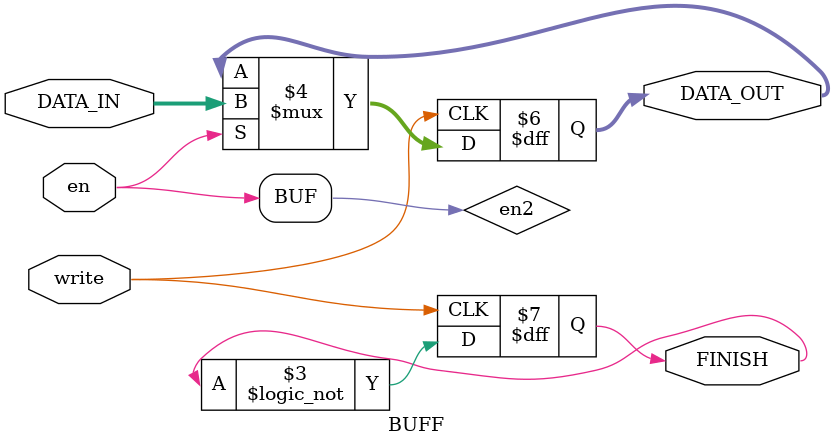
<source format=v>
/*
* 保存MCU地址
* module SAVE_ADDR
* */
module SAVE_ADDR(input NADV,input [15:0] AD_IN,
					  input A16,input A17,input A18,
					  output reg[18:0] ADDR);
	always@(posedge NADV)begin
			ADDR <= {A18,A17,A16,AD_IN};
		end
endmodule
/*
* 根据地址选择器件
* module SELECT_ADDR
* */
module SELECT_ADDR(input [18:0] ADDR,
						 output reg RAM_DDS,FREWL,FREWH,FIFO_ADIN,SPI_in,
						 output reg read_en);
	always @(*)begin
		if(ADDR[18:15] == {4'b1010})begin
				RAM_DDS <= 1;
				FREWL <= 0;
				FREWH <= 0;
				read_en <= 0;
				FIFO_ADIN<=0;
				SPI_in <=0;
				end
		else if(ADDR == {4'b1011,3'b0,2'b01,10'b0})begin
				RAM_DDS <= 0;
				FREWL <= 1;
				FREWH <= 0;
				FIFO_ADIN<=0;
				SPI_in <= 0;
				end
		else if(ADDR == {4'b1011,3'b0,2'b10,10'b0})begin
				RAM_DDS <= 0;
				FREWL <= 0;
				FREWH <= 1;
				FIFO_ADIN<=0;
				SPI_in <= 0;
				end
		else if(ADDR == {4'b1011,3'b0,2'b00,9'b0,1'b1})begin
				RAM_DDS <=0;
				FREWL <=0;
				FREWH <=0;
				FIFO_ADIN<=1;
				SPI_in <=0;
				end
		else if(ADDR == {4'b1011,3'b0,2'b00,8'b0,1'b1,1'b0})begin
				RAM_DDS <=0;
				FREWL <=0;
				FREWH <=0;
				FIFO_ADIN<=0;
				SPI_in <=1;
				end				
		else begin
			RAM_DDS <= 0;
			FREWL <= 0;
			FREWH <= 0;
			read_en <= 0;
			FIFO_ADIN <=0;
			SPI_in <=0;
			end
		end
endmodule
/*
* 缓冲器发送数据
* module BUFF_SEND_DATA
* */
module BUFF_SEND_DATA(input[15:0] DATA_IN,input READ,input en,
					  output reg[15:0] DATA_OUT,output reg FINISH);
	wire READ_2 = READ;
	always@(negedge READ_2 or posedge READ)begin
			if(READ_2 == 0)
				if(en)begin
					DATA_OUT <= DATA_IN;
					end
			if(READ == 1)begin
				DATA_OUT <= 16'bz;
				FINISH <= !FINISH;
				end
		end
endmodule
/*
* 缓冲器
* module BUFF
* */
module BUFF(input en,input write,input [15:0] DATA_IN,
				output reg[15:0] DATA_OUT,output reg FINISH);
	wire en2 = en;
	always@(posedge write)begin
		if(en == 1)
			DATA_OUT <= DATA_IN;
			FINISH <= !FINISH;
			//flag <= !flag;
		end
endmodule 

</source>
